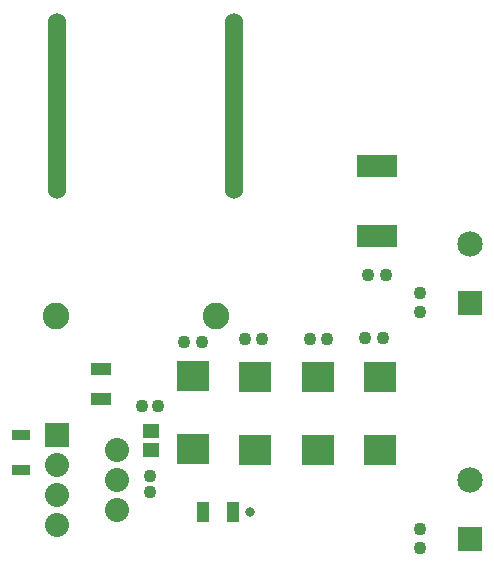
<source format=gts>
G04*
G04 #@! TF.GenerationSoftware,Altium Limited,Altium Designer,21.6.4 (81)*
G04*
G04 Layer_Color=8388736*
%FSLAX25Y25*%
%MOIN*%
G70*
G04*
G04 #@! TF.SameCoordinates,9F969A03-44F6-4926-99EA-133C1CF4BE5F*
G04*
G04*
G04 #@! TF.FilePolarity,Negative*
G04*
G01*
G75*
%ADD18O,0.06000X0.62000*%
%ADD20R,0.05709X0.05140*%
%ADD21R,0.13800X0.07700*%
%ADD22R,0.06300X0.03800*%
%ADD23R,0.04134X0.07087*%
%ADD24R,0.07087X0.04134*%
%ADD25R,0.10721X0.09894*%
%ADD26C,0.08000*%
%ADD27R,0.08000X0.08000*%
%ADD28C,0.08871*%
%ADD29C,0.08477*%
%ADD30R,0.08477X0.08477*%
%ADD31C,0.04343*%
%ADD32C,0.03162*%
D18*
X53276Y188189D02*
D03*
X112276D02*
D03*
D20*
X84646Y79932D02*
D03*
Y73611D02*
D03*
D21*
X159941Y167998D02*
D03*
Y144798D02*
D03*
D22*
X41240Y66739D02*
D03*
Y78339D02*
D03*
D23*
X101772Y52854D02*
D03*
X111811D02*
D03*
D24*
X67913Y100394D02*
D03*
Y90354D02*
D03*
D25*
X140157Y97736D02*
D03*
Y73327D02*
D03*
X98622Y98228D02*
D03*
Y73819D02*
D03*
X119193Y97933D02*
D03*
Y73524D02*
D03*
X160728Y97736D02*
D03*
Y73327D02*
D03*
D26*
X53228Y48346D02*
D03*
X73228Y53347D02*
D03*
X53228Y58346D02*
D03*
X73228Y63346D02*
D03*
X53228Y68347D02*
D03*
X73228Y73347D02*
D03*
D27*
X53228Y78347D02*
D03*
D28*
X106083Y118110D02*
D03*
X52972D02*
D03*
D29*
X190748Y142224D02*
D03*
X190748Y63484D02*
D03*
D30*
X190748Y122539D02*
D03*
X190748Y43799D02*
D03*
D31*
X137402Y110630D02*
D03*
X143307D02*
D03*
X174016Y40846D02*
D03*
X174114Y47047D02*
D03*
X174016Y119488D02*
D03*
X174114Y125689D02*
D03*
X84252Y59449D02*
D03*
Y64961D02*
D03*
X86811Y88090D02*
D03*
X81398Y88189D02*
D03*
X101476Y109449D02*
D03*
X95571D02*
D03*
X161713Y110925D02*
D03*
X162894Y131693D02*
D03*
X156988D02*
D03*
X155807Y110925D02*
D03*
X121653Y110335D02*
D03*
X115748D02*
D03*
D32*
X117618Y52953D02*
D03*
M02*

</source>
